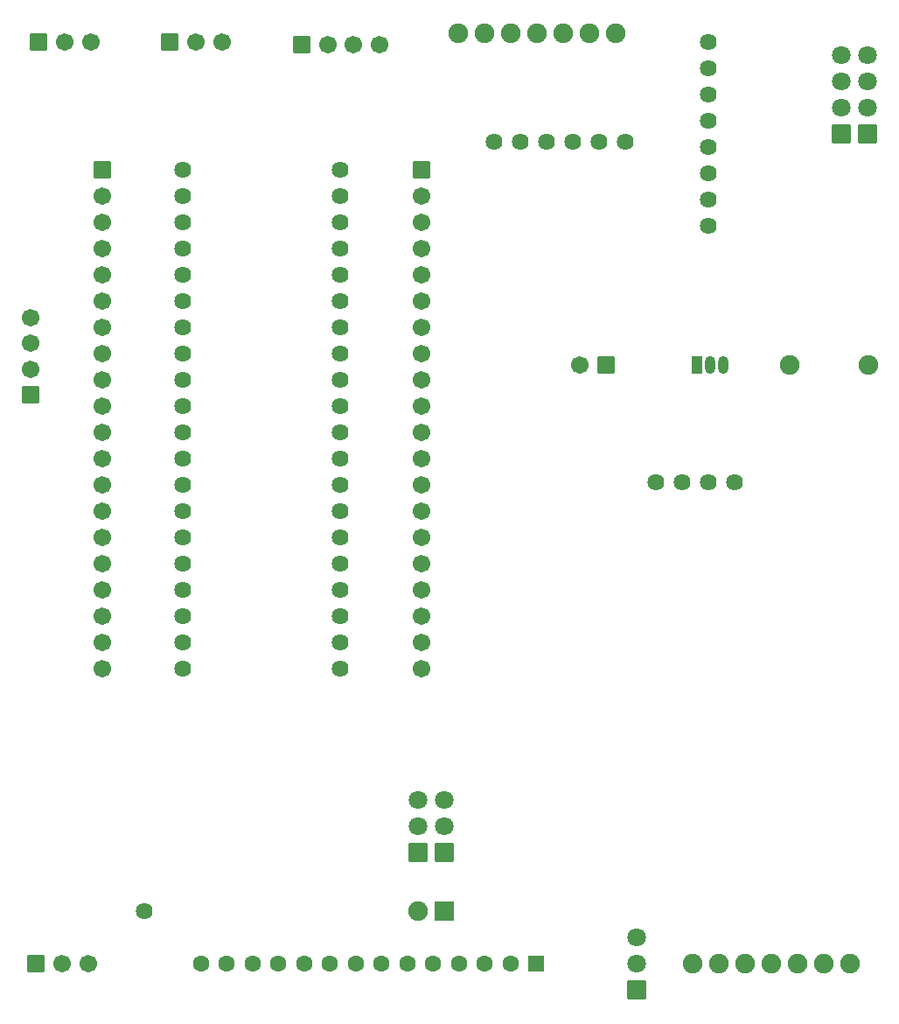
<source format=gbs>
G04 Layer: BottomSolderMaskLayer*
G04 EasyEDA Pro v2.2.40.8, 2025-08-04 00:28:17*
G04 Gerber Generator version 0.3*
G04 Scale: 100 percent, Rotated: No, Reflected: No*
G04 Dimensions in millimeters*
G04 Leading zeros omitted, absolute positions, 4 integers and 5 decimals*
G04 Generated by one-click*
%FSLAX45Y45*%
%MOMM*%
%AMRoundRect*1,1,$1,$2,$3*1,1,$1,$4,$5*1,1,$1,0-$2,0-$3*1,1,$1,0-$4,0-$5*20,1,$1,$2,$3,$4,$5,0*20,1,$1,$4,$5,0-$2,0-$3,0*20,1,$1,0-$2,0-$3,0-$4,0-$5,0*20,1,$1,0-$4,0-$5,$2,$3,0*4,1,4,$2,$3,$4,$5,0-$2,0-$3,0-$4,0-$5,$2,$3,0*%
%ADD10C,1.6256*%
%ADD11C,1.7016*%
%ADD12RoundRect,0.09562X-0.80299X-0.76499X-0.80299X0.76499*%
%ADD13RoundRect,0.09588X-0.80286X0.80286X0.80286X0.80286*%
%ADD14RoundRect,0.09588X-0.80286X-0.80286X-0.80286X0.80286*%
%ADD15RoundRect,0.1020X-0.76499X0.80299X0.76499X0.80299*%
%ADD16RoundRect,0.09562X-0.76499X0.80299X0.76499X0.80299*%
%ADD17C,1.6*%
%ADD18RoundRect,0.09412X-0.75294X0.75294X0.75294X0.75294*%
%ADD19RoundRect,0.09618X-0.85271X-0.85271X-0.85271X0.85271*%
%ADD20C,1.8016*%
%ADD21C,1.9016*%
%ADD22RoundRect,0.09645X-0.90257X0.90257X0.90257X0.90257*%
%ADD23RoundRect,0.09224X-0.45468X0.80468X0.45468X0.80468*%
%ADD24O,1.0016X1.7016*%
G75*


G04 Pad Start*
G54D10*
G01X-2910105Y-4042401D03*
G54D11*
G01X-4015005Y1704704D03*
G01X-4015005Y1454692D03*
G01X-4015005Y1204705D03*
G54D12*
G01X-4015005Y954693D03*
G54D13*
G01X-3964205Y-4550376D03*
G54D11*
G01X-3710205Y-4550401D03*
G01X-3456205Y-4550401D03*
G54D13*
G01X-3938805Y4365011D03*
G54D11*
G01X-3684805Y4364986D03*
G01X-3430805Y4364986D03*
G01X-3316505Y-1692901D03*
G01X-3316505Y-1438901D03*
G01X-3316505Y-1184901D03*
G01X-3316505Y-930901D03*
G01X-3316505Y-676901D03*
G01X-3316505Y-422901D03*
G01X-3316505Y-168901D03*
G01X-3316505Y85099D03*
G01X-3316505Y339099D03*
G01X-3316505Y593099D03*
G01X-3316505Y847099D03*
G01X-3316505Y1101099D03*
G01X-3316505Y1355099D03*
G01X-3316505Y1609099D03*
G01X-3316505Y1863099D03*
G01X-3316505Y2117099D03*
G01X-3316505Y2371099D03*
G01X-3316505Y2625099D03*
G01X-3316505Y2879099D03*
G54D14*
G01X-3316505Y3133099D03*
G54D13*
G01X-2663675Y4365011D03*
G54D11*
G01X-2409675Y4364986D03*
G01X-2155675Y4364986D03*
G54D10*
G01X-2541805Y3133099D03*
G01X-2541805Y2879099D03*
G01X-2541805Y2625099D03*
G01X-2541805Y2371099D03*
G01X-2541805Y2117099D03*
G01X-2541805Y1863099D03*
G01X-2541805Y1609099D03*
G01X-2541805Y1355099D03*
G01X-2541805Y1101099D03*
G01X-2541805Y847099D03*
G01X-2541805Y593099D03*
G01X-2541805Y339099D03*
G01X-2541805Y85099D03*
G01X-2541805Y-168901D03*
G01X-2541805Y-422901D03*
G01X-2541805Y-676901D03*
G01X-2541805Y-930901D03*
G01X-2541805Y-1184901D03*
G01X-2541805Y-1438901D03*
G01X-2541805Y-1692901D03*
G01X-1011805Y3133099D03*
G01X-1011805Y2879099D03*
G01X-1011805Y2625099D03*
G01X-1011805Y2371099D03*
G01X-1011805Y2117099D03*
G01X-1011805Y1863099D03*
G01X-1011805Y1609099D03*
G01X-1011805Y1355099D03*
G01X-1011805Y1101099D03*
G01X-1011805Y847099D03*
G01X-1011805Y593099D03*
G01X-1011805Y339099D03*
G01X-1011805Y85099D03*
G01X-1011805Y-168901D03*
G01X-1011805Y-422901D03*
G01X-1011805Y-676901D03*
G01X-1011805Y-930901D03*
G01X-1011805Y-1184901D03*
G01X-1011805Y-1438901D03*
G01X-1011805Y-1692901D03*
G54D11*
G01X-635232Y4344412D03*
G01X-885244Y4344412D03*
G01X-1135231Y4344412D03*
G54D16*
G01X-1385243Y4344412D03*
G54D17*
G01X-363412Y-4550401D03*
G01X-113400Y-4550401D03*
G01X136587Y-4550401D03*
G01X386599Y-4550401D03*
G01X636586Y-4550401D03*
G54D18*
G01X886598Y-4550401D03*
G54D17*
G01X-613399Y-4550401D03*
G01X-863411Y-4550401D03*
G01X-1113398Y-4550401D03*
G01X-1363410Y-4550401D03*
G01X-1613397Y-4550401D03*
G01X-1863409Y-4550401D03*
G01X-2113396Y-4550401D03*
G01X-2363408Y-4550401D03*
G54D19*
G01X-259309Y-3475101D03*
G54D20*
G01X-259309Y-3221101D03*
G01X-259309Y-2967101D03*
G54D11*
G01X-230405Y-1692901D03*
G01X-230405Y-1438901D03*
G01X-230405Y-1184901D03*
G01X-230405Y-930901D03*
G01X-230405Y-676901D03*
G01X-230405Y-422901D03*
G01X-230405Y-168901D03*
G01X-230405Y85099D03*
G01X-230405Y339099D03*
G01X-230405Y593099D03*
G01X-230405Y847099D03*
G01X-230405Y1101099D03*
G01X-230405Y1355099D03*
G01X-230405Y1609099D03*
G01X-230405Y1863099D03*
G01X-230405Y2117099D03*
G01X-230405Y2371099D03*
G01X-230405Y2625099D03*
G01X-230405Y2879099D03*
G54D14*
G01X-230405Y3133099D03*
G54D21*
G01X-259305Y-4041101D03*
G54D22*
G01X-5305Y-4041101D03*
G54D19*
G01X-5305Y-3475101D03*
G54D20*
G01X-5305Y-3221101D03*
G01X-5305Y-2967101D03*
G54D21*
G01X125195Y4450012D03*
G01X379195Y4450012D03*
G01X633195Y4450012D03*
G01X887195Y4450012D03*
G01X1141195Y4450012D03*
G01X1395195Y4450012D03*
G01X1649195Y4450012D03*
G54D10*
G01X1743695Y3399799D03*
G01X1489695Y3399799D03*
G01X1235695Y3399799D03*
G01X981695Y3399799D03*
G01X727695Y3399799D03*
G01X473695Y3399799D03*
G54D13*
G01X1560295Y1240799D03*
G54D11*
G01X1306295Y1240799D03*
G54D19*
G01X1852395Y-4804401D03*
G54D20*
G01X1852395Y-4550401D03*
G01X1852395Y-4296401D03*
G54D10*
G01X2042895Y110499D03*
G01X2296895Y110499D03*
G01X2550895Y110499D03*
G01X2804895Y110499D03*
G54D23*
G01X2436595Y1240799D03*
G54D24*
G01X2563595Y1240799D03*
G01X2690595Y1240799D03*
G54D10*
G01X2550895Y4364999D03*
G01X2550895Y4110999D03*
G01X2550895Y3856999D03*
G01X2550895Y3602999D03*
G01X2550895Y3348999D03*
G01X2550895Y3094999D03*
G01X2550895Y2840999D03*
G01X2550895Y2586999D03*
G54D21*
G01X2398495Y-4550401D03*
G01X2652495Y-4550401D03*
G01X2906495Y-4550401D03*
G01X3160495Y-4550401D03*
G01X3414495Y-4550401D03*
G01X3668495Y-4550401D03*
G01X3922495Y-4550401D03*
G01X4099292Y1240799D03*
G01X3339298Y1240799D03*
G54D19*
G01X3833595Y3475999D03*
G54D20*
G01X3833595Y3729999D03*
G01X3833595Y3983999D03*
G01X3833595Y4237999D03*
G54D19*
G01X4087595Y3475999D03*
G54D20*
G01X4087595Y3729999D03*
G01X4087595Y3983999D03*
G01X4087595Y4237999D03*
G04 Pad End*

M02*


</source>
